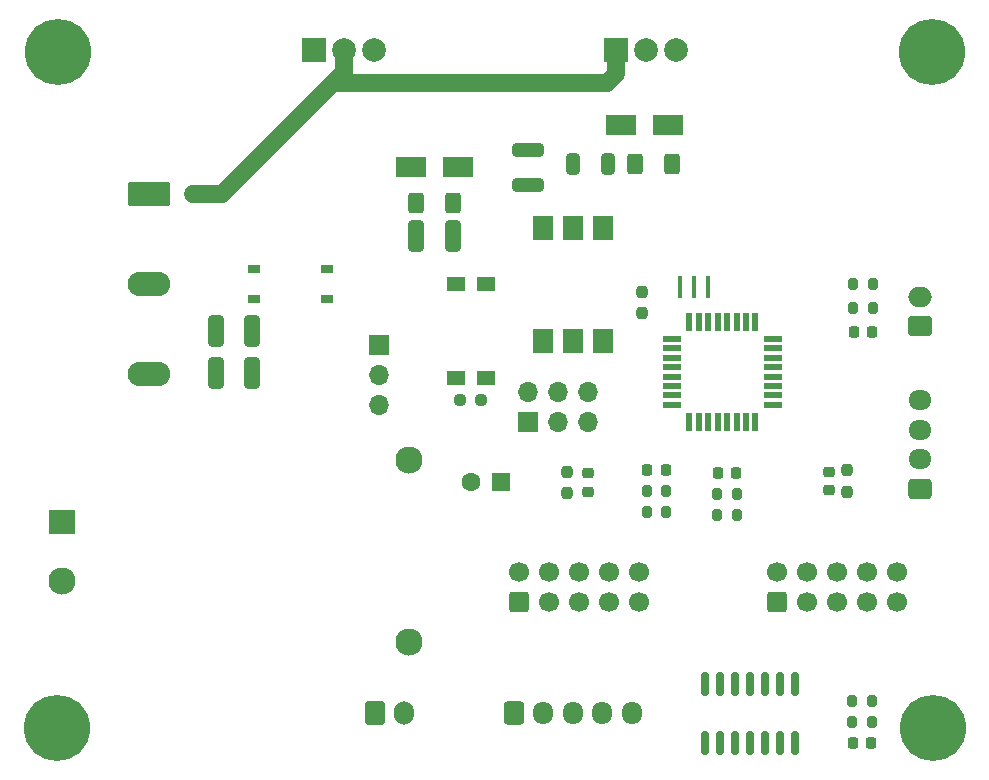
<source format=gbr>
%TF.GenerationSoftware,KiCad,Pcbnew,(6.0.10)*%
%TF.CreationDate,2023-05-17T01:35:15+02:00*%
%TF.ProjectId,spotter,73706f74-7465-4722-9e6b-696361645f70,1.0*%
%TF.SameCoordinates,Original*%
%TF.FileFunction,Soldermask,Top*%
%TF.FilePolarity,Negative*%
%FSLAX46Y46*%
G04 Gerber Fmt 4.6, Leading zero omitted, Abs format (unit mm)*
G04 Created by KiCad (PCBNEW (6.0.10)) date 2023-05-17 01:35:15*
%MOMM*%
%LPD*%
G01*
G04 APERTURE LIST*
G04 Aperture macros list*
%AMRoundRect*
0 Rectangle with rounded corners*
0 $1 Rounding radius*
0 $2 $3 $4 $5 $6 $7 $8 $9 X,Y pos of 4 corners*
0 Add a 4 corners polygon primitive as box body*
4,1,4,$2,$3,$4,$5,$6,$7,$8,$9,$2,$3,0*
0 Add four circle primitives for the rounded corners*
1,1,$1+$1,$2,$3*
1,1,$1+$1,$4,$5*
1,1,$1+$1,$6,$7*
1,1,$1+$1,$8,$9*
0 Add four rect primitives between the rounded corners*
20,1,$1+$1,$2,$3,$4,$5,0*
20,1,$1+$1,$4,$5,$6,$7,0*
20,1,$1+$1,$6,$7,$8,$9,0*
20,1,$1+$1,$8,$9,$2,$3,0*%
G04 Aperture macros list end*
%ADD10C,1.500000*%
%ADD11R,1.000000X0.800000*%
%ADD12RoundRect,0.237500X0.237500X-0.250000X0.237500X0.250000X-0.237500X0.250000X-0.237500X-0.250000X0*%
%ADD13RoundRect,0.200000X0.200000X0.275000X-0.200000X0.275000X-0.200000X-0.275000X0.200000X-0.275000X0*%
%ADD14R,2.500000X1.800000*%
%ADD15RoundRect,0.200000X-0.200000X-0.275000X0.200000X-0.275000X0.200000X0.275000X-0.200000X0.275000X0*%
%ADD16RoundRect,0.237500X-0.237500X0.250000X-0.237500X-0.250000X0.237500X-0.250000X0.237500X0.250000X0*%
%ADD17RoundRect,0.250000X0.600000X-0.600000X0.600000X0.600000X-0.600000X0.600000X-0.600000X-0.600000X0*%
%ADD18C,1.700000*%
%ADD19RoundRect,0.225000X0.225000X0.250000X-0.225000X0.250000X-0.225000X-0.250000X0.225000X-0.250000X0*%
%ADD20O,1.700000X1.950000*%
%ADD21RoundRect,0.250000X-0.600000X-0.725000X0.600000X-0.725000X0.600000X0.725000X-0.600000X0.725000X0*%
%ADD22R,1.600000X1.600000*%
%ADD23C,1.600000*%
%ADD24RoundRect,0.218750X0.256250X-0.218750X0.256250X0.218750X-0.256250X0.218750X-0.256250X-0.218750X0*%
%ADD25O,1.950000X1.700000*%
%ADD26RoundRect,0.250000X0.725000X-0.600000X0.725000X0.600000X-0.725000X0.600000X-0.725000X-0.600000X0*%
%ADD27RoundRect,0.250000X0.400000X0.625000X-0.400000X0.625000X-0.400000X-0.625000X0.400000X-0.625000X0*%
%ADD28C,5.600000*%
%ADD29R,1.780000X2.000000*%
%ADD30RoundRect,0.250000X-1.075000X0.312500X-1.075000X-0.312500X1.075000X-0.312500X1.075000X0.312500X0*%
%ADD31RoundRect,0.225000X-0.225000X-0.250000X0.225000X-0.250000X0.225000X0.250000X-0.225000X0.250000X0*%
%ADD32RoundRect,0.250001X-1.549999X0.799999X-1.549999X-0.799999X1.549999X-0.799999X1.549999X0.799999X0*%
%ADD33O,3.600000X2.100000*%
%ADD34R,0.400000X1.900000*%
%ADD35RoundRect,0.250000X0.750000X-0.600000X0.750000X0.600000X-0.750000X0.600000X-0.750000X-0.600000X0*%
%ADD36O,2.000000X1.700000*%
%ADD37R,1.700000X1.700000*%
%ADD38O,1.700000X1.700000*%
%ADD39RoundRect,0.250000X-0.400000X-1.075000X0.400000X-1.075000X0.400000X1.075000X-0.400000X1.075000X0*%
%ADD40RoundRect,0.225000X-0.250000X0.225000X-0.250000X-0.225000X0.250000X-0.225000X0.250000X0.225000X0*%
%ADD41RoundRect,0.250000X-0.400000X-0.625000X0.400000X-0.625000X0.400000X0.625000X-0.400000X0.625000X0*%
%ADD42RoundRect,0.150000X0.150000X-0.825000X0.150000X0.825000X-0.150000X0.825000X-0.150000X-0.825000X0*%
%ADD43R,2.300000X2.000000*%
%ADD44C,2.300000*%
%ADD45RoundRect,0.250000X0.400000X1.075000X-0.400000X1.075000X-0.400000X-1.075000X0.400000X-1.075000X0*%
%ADD46R,2.000000X2.000000*%
%ADD47C,2.000000*%
%ADD48R,1.600000X0.550000*%
%ADD49R,0.550000X1.600000*%
%ADD50RoundRect,0.237500X0.250000X0.237500X-0.250000X0.237500X-0.250000X-0.237500X0.250000X-0.237500X0*%
%ADD51RoundRect,0.250000X-0.325000X-0.650000X0.325000X-0.650000X0.325000X0.650000X-0.325000X0.650000X0*%
%ADD52RoundRect,0.250000X-0.600000X-0.750000X0.600000X-0.750000X0.600000X0.750000X-0.600000X0.750000X0*%
%ADD53O,1.700000X2.000000*%
%ADD54R,1.500000X1.300000*%
G04 APERTURE END LIST*
D10*
X131226000Y-84582000D02*
X131226000Y-86614000D01*
X118516400Y-96774000D02*
X120904000Y-96774000D01*
X153524000Y-87376000D02*
X154286000Y-86614000D01*
X154286000Y-84582000D02*
X154286000Y-86614000D01*
X120904000Y-96774000D02*
X131064000Y-86614000D01*
X130556000Y-87376000D02*
X153524000Y-87376000D01*
D11*
%TO.C,D3*%
X123671000Y-103124000D03*
X123671000Y-105664000D03*
X129821000Y-105664000D03*
X129821000Y-103124000D03*
%TD*%
D12*
%TO.C,R2*%
X173888400Y-121968900D03*
X173888400Y-120143900D03*
%TD*%
D13*
%TO.C,R6*%
X175958000Y-139700000D03*
X174308000Y-139700000D03*
%TD*%
D14*
%TO.C,D2*%
X136938000Y-94488000D03*
X140938000Y-94488000D03*
%TD*%
D15*
%TO.C,R12*%
X162878000Y-122174000D03*
X164528000Y-122174000D03*
%TD*%
D16*
%TO.C,R1*%
X150114000Y-120245500D03*
X150114000Y-122070500D03*
%TD*%
D17*
%TO.C,EXP1*%
X146050000Y-131308500D03*
D18*
X146050000Y-128768500D03*
X148590000Y-131308500D03*
X148590000Y-128768500D03*
X151130000Y-131308500D03*
X151130000Y-128768500D03*
X153670000Y-131308500D03*
X153670000Y-128768500D03*
X156210000Y-131308500D03*
X156210000Y-128768500D03*
%TD*%
D19*
%TO.C,C5*%
X164478000Y-120396000D03*
X162928000Y-120396000D03*
%TD*%
D20*
%TO.C,EXT-ENCODER1*%
X155622000Y-140699000D03*
X153122000Y-140699000D03*
X150622000Y-140699000D03*
X148122000Y-140699000D03*
D21*
X145622000Y-140699000D03*
%TD*%
D22*
%TO.C,C2*%
X144557140Y-121107200D03*
D23*
X142057140Y-121107200D03*
%TD*%
D24*
%TO.C,PWR1*%
X172339000Y-120243500D03*
X172339000Y-121818500D03*
%TD*%
D25*
%TO.C,SMALL-LCD1*%
X180025000Y-114200000D03*
X180025000Y-116700000D03*
X180025000Y-119200000D03*
D26*
X180025000Y-121700000D03*
%TD*%
D27*
%TO.C,R8*%
X159030000Y-94234000D03*
X155930000Y-94234000D03*
%TD*%
D28*
%TO.C,REF\u002A\u002A*%
X106934000Y-141986000D03*
%TD*%
D29*
%TO.C,U2*%
X148082000Y-109159000D03*
X150622000Y-109159000D03*
X153162000Y-109159000D03*
X153162000Y-99629000D03*
X150622000Y-99629000D03*
X148082000Y-99629000D03*
%TD*%
D30*
%TO.C,R18*%
X146812000Y-93025500D03*
X146812000Y-95950500D03*
%TD*%
D31*
%TO.C,C3*%
X174425000Y-108400000D03*
X175975000Y-108400000D03*
%TD*%
D32*
%TO.C,J3*%
X114775500Y-96774000D03*
D33*
X114775500Y-104394000D03*
X114775500Y-112014000D03*
%TD*%
D15*
%TO.C,R11*%
X174308000Y-141478000D03*
X175958000Y-141478000D03*
%TD*%
D34*
%TO.C,Y1*%
X159700000Y-104605000D03*
X160900000Y-104605000D03*
X162100000Y-104605000D03*
%TD*%
D35*
%TO.C,J2*%
X180000000Y-107950000D03*
D36*
X180000000Y-105450000D03*
%TD*%
D17*
%TO.C,EXP2*%
X167894000Y-131318000D03*
D18*
X167894000Y-128778000D03*
X170434000Y-131318000D03*
X170434000Y-128778000D03*
X172974000Y-131318000D03*
X172974000Y-128778000D03*
X175514000Y-131318000D03*
X175514000Y-128778000D03*
X178054000Y-131318000D03*
X178054000Y-128778000D03*
%TD*%
D15*
%TO.C,R7*%
X162878000Y-123952000D03*
X164528000Y-123952000D03*
%TD*%
D37*
%TO.C,UART1*%
X134239000Y-109489000D03*
D38*
X134239000Y-112029000D03*
X134239000Y-114569000D03*
%TD*%
D39*
%TO.C,R15*%
X120402000Y-111941000D03*
X123502000Y-111941000D03*
%TD*%
D40*
%TO.C,C1*%
X151892000Y-120383000D03*
X151892000Y-121933000D03*
%TD*%
D41*
%TO.C,R14*%
X137388000Y-97536000D03*
X140488000Y-97536000D03*
%TD*%
D42*
%TO.C,U3*%
X161798000Y-143191000D03*
X163068000Y-143191000D03*
X164338000Y-143191000D03*
X165608000Y-143191000D03*
X166878000Y-143191000D03*
X168148000Y-143191000D03*
X169418000Y-143191000D03*
X169418000Y-138241000D03*
X168148000Y-138241000D03*
X166878000Y-138241000D03*
X165608000Y-138241000D03*
X164338000Y-138241000D03*
X163068000Y-138241000D03*
X161798000Y-138241000D03*
%TD*%
D28*
%TO.C,REF\u002A\u002A*%
X107025000Y-84700000D03*
%TD*%
D43*
%TO.C,PS1*%
X107357500Y-124500000D03*
D44*
X107357500Y-129500000D03*
X136757500Y-119300000D03*
X136757500Y-134700000D03*
%TD*%
D45*
%TO.C,R16*%
X123502000Y-108385000D03*
X120402000Y-108385000D03*
%TD*%
D37*
%TO.C,ISP1*%
X146812000Y-116078000D03*
D38*
X146812000Y-113538000D03*
X149352000Y-116078000D03*
X149352000Y-113538000D03*
X151892000Y-116078000D03*
X151892000Y-113538000D03*
%TD*%
D28*
%TO.C,REF\u002A\u002A*%
X181102000Y-141986000D03*
%TD*%
D46*
%TO.C,Q1*%
X154286000Y-84582000D03*
D47*
X156826000Y-84582000D03*
X159366000Y-84582000D03*
%TD*%
D46*
%TO.C,Q2*%
X128686000Y-84582000D03*
D47*
X131226000Y-84582000D03*
X133766000Y-84582000D03*
%TD*%
D48*
%TO.C,U1*%
X167550000Y-109000000D03*
X167550000Y-109800000D03*
X167550000Y-110600000D03*
X167550000Y-111400000D03*
X167550000Y-112200000D03*
X167550000Y-113000000D03*
X167550000Y-113800000D03*
X167550000Y-114600000D03*
D49*
X166100000Y-116050000D03*
X165300000Y-116050000D03*
X164500000Y-116050000D03*
X163700000Y-116050000D03*
X162900000Y-116050000D03*
X162100000Y-116050000D03*
X161300000Y-116050000D03*
X160500000Y-116050000D03*
D48*
X159050000Y-114600000D03*
X159050000Y-113800000D03*
X159050000Y-113000000D03*
X159050000Y-112200000D03*
X159050000Y-111400000D03*
X159050000Y-110600000D03*
X159050000Y-109800000D03*
X159050000Y-109000000D03*
D49*
X160500000Y-107550000D03*
X161300000Y-107550000D03*
X162100000Y-107550000D03*
X162900000Y-107550000D03*
X163700000Y-107550000D03*
X164500000Y-107550000D03*
X165300000Y-107550000D03*
X166100000Y-107550000D03*
%TD*%
D50*
%TO.C,R17*%
X141073500Y-114173000D03*
X142898500Y-114173000D03*
%TD*%
D51*
%TO.C,C7*%
X150671000Y-94234000D03*
X153621000Y-94234000D03*
%TD*%
D16*
%TO.C,R3*%
X156464000Y-105005500D03*
X156464000Y-106830500D03*
%TD*%
D14*
%TO.C,D1*%
X158718000Y-90932000D03*
X154718000Y-90932000D03*
%TD*%
D52*
%TO.C,J1*%
X133878000Y-140699000D03*
D53*
X136378000Y-140699000D03*
%TD*%
D19*
%TO.C,C4*%
X158509000Y-120142000D03*
X156959000Y-120142000D03*
%TD*%
D15*
%TO.C,R4*%
X174375000Y-104400000D03*
X176025000Y-104400000D03*
%TD*%
%TO.C,R9*%
X156909000Y-123698000D03*
X158559000Y-123698000D03*
%TD*%
D19*
%TO.C,C6*%
X175908000Y-143256000D03*
X174358000Y-143256000D03*
%TD*%
D28*
%TO.C,REF\u002A\u002A*%
X181025000Y-84700000D03*
%TD*%
D54*
%TO.C,U4*%
X143256000Y-112323000D03*
X140716000Y-112323000D03*
X140716000Y-104323000D03*
X143256000Y-104323000D03*
%TD*%
D39*
%TO.C,R10*%
X137388000Y-100330000D03*
X140488000Y-100330000D03*
%TD*%
D13*
%TO.C,R5*%
X176025000Y-106400000D03*
X174375000Y-106400000D03*
%TD*%
D15*
%TO.C,R13*%
X156909000Y-121920000D03*
X158559000Y-121920000D03*
%TD*%
M02*

</source>
